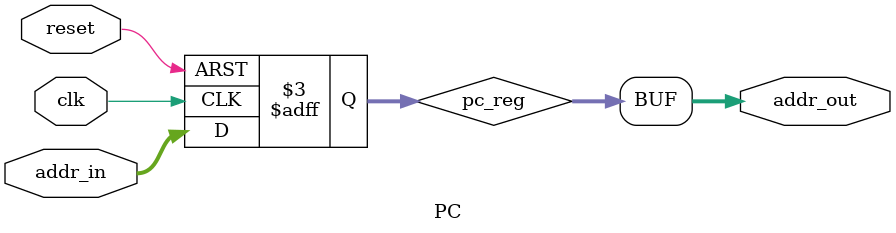
<source format=v>
`timescale 1ns / 1ps
module PC(
    input clk,
    input reset,
    input [31:0] addr_in,
    output [31:0] addr_out
);

reg [31:0] pc_reg = 32'h00400000;
always @(posedge clk or posedge reset) begin
    if (reset) begin
        pc_reg <= 32'h00400000; 
    end else begin
        pc_reg <= addr_in;
    end
end

assign addr_out = pc_reg;
endmodule
</source>
